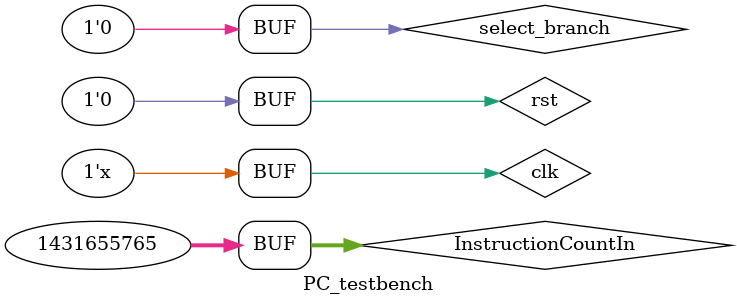
<source format=v>
`timescale 1ns / 1ps


module PC_testbench(
    );
    reg clk,rst;
    reg [31:0] InstructionCountIn;
    wire [31:0] InstructionCountOut;
    reg select_branch;
    
    always #50 clk = ~clk;
    
    Program_Counter PC_TEST(clk,rst,InstructionCountIn,InstructionCountOut,select_branch);
    
    initial
    begin
    clk = 0; rst = 1;
    InstructionCountIn = 32'b0101_0101_0101_0101_0101_0101_0101_0101;
    select_branch=0;
    #50 rst=0;
    #500 select_branch=1;
    #100 select_branch=0;
    #500 rst = 1;
    #100 rst = 0;
    end
endmodule

</source>
